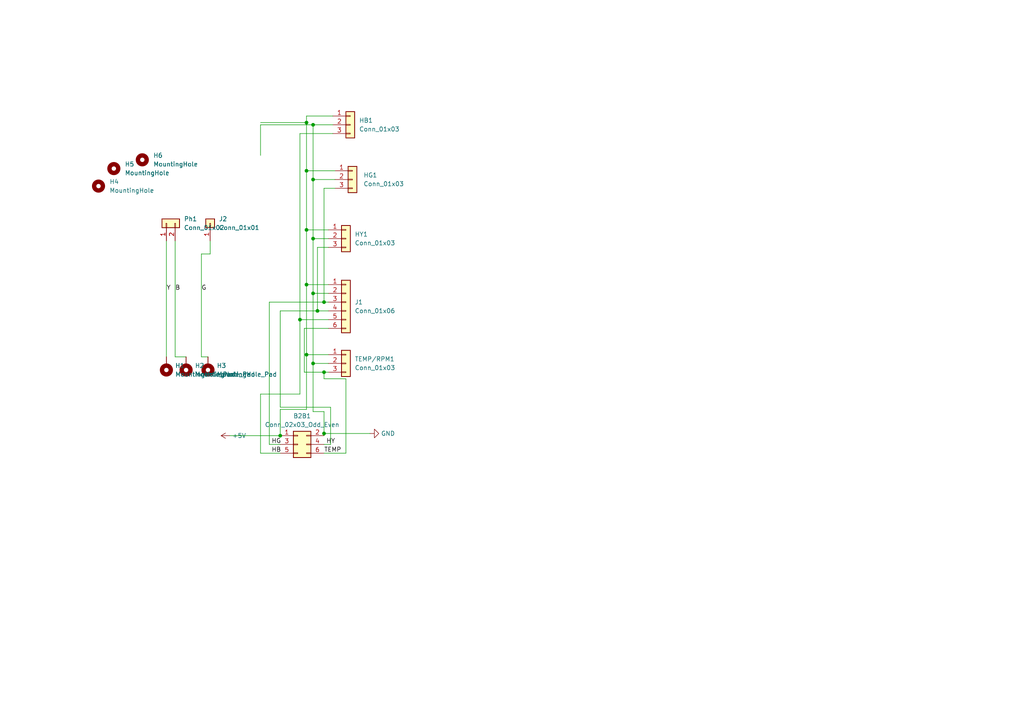
<source format=kicad_sch>
(kicad_sch (version 20230121) (generator eeschema)
  (paper "A4")
  (lib_symbols
    (symbol "Connector_Generic:Conn_01x01" (pin_names (offset 1.016) hide)
      (property "Reference" "J" (at 0 2.54 0))
      (property "Value" "Conn_01x01" (at 0 -2.54 0))
      (symbol "Conn_01x01_1_1"
        (rectangle (start -1.27 0.127) (end 0 -0.127) (stroke (width 0.1524)))
        (rectangle (start -1.27 1.27) (end 1.27 -1.27) (stroke (width 0.254)) (fill (type background)))
        (pin passive line (at -5.08 0 0) (length 3.81) (name "Pin_1") (number "1"))
      )
    )
    (symbol "Connector_Generic:Conn_01x02" (pin_names (offset 1.016) hide)
      (property "Reference" "J" (at 0 2.54 0))
      (property "Value" "Conn_01x02" (at 0 -5.08 0))
      (symbol "Conn_01x02_1_1"
        (rectangle (start -1.27 -2.413) (end 0 -2.667) (stroke (width 0.1524)))
        (rectangle (start -1.27 0.127) (end 0 -0.127) (stroke (width 0.1524)))
        (rectangle (start -1.27 1.27) (end 1.27 -3.81) (stroke (width 0.254)) (fill (type background)))
        (pin passive line (at -5.08 0 0) (length 3.81) (name "Pin_1") (number "1"))
        (pin passive line (at -5.08 -2.54 0) (length 3.81) (name "Pin_2") (number "2"))
      )
    )
    (symbol "Connector_Generic:Conn_01x03" (pin_names (offset 1.016) hide)
      (property "Reference" "J" (at 0 5.08 0))
      (property "Value" "Conn_01x03" (at 0 -5.08 0))
      (symbol "Conn_01x03_1_1"
        (rectangle (start -1.27 -2.413) (end 0 -2.667) (stroke (width 0.1524)))
        (rectangle (start -1.27 0.127) (end 0 -0.127) (stroke (width 0.1524)))
        (rectangle (start -1.27 2.667) (end 0 2.413) (stroke (width 0.1524)))
        (rectangle (start -1.27 3.81) (end 1.27 -3.81) (stroke (width 0.254)) (fill (type background)))
        (pin passive line (at -5.08 2.54 0) (length 3.81) (name "Pin_1") (number "1"))
        (pin passive line (at -5.08 0 0) (length 3.81) (name "Pin_2") (number "2"))
        (pin passive line (at -5.08 -2.54 0) (length 3.81) (name "Pin_3") (number "3"))
      )
    )
    (symbol "Connector_Generic:Conn_01x06" (pin_names (offset 1.016) hide)
      (property "Reference" "J" (at 0 7.62 0))
      (property "Value" "Conn_01x06" (at 0 -10.16 0))
      (symbol "Conn_01x06_1_1"
        (rectangle (start -1.27 -7.493) (end 0 -7.747) (stroke (width 0.1524)))
        (rectangle (start -1.27 -4.953) (end 0 -5.207) (stroke (width 0.1524)))
        (rectangle (start -1.27 -2.413) (end 0 -2.667) (stroke (width 0.1524)))
        (rectangle (start -1.27 0.127) (end 0 -0.127) (stroke (width 0.1524)))
        (rectangle (start -1.27 2.667) (end 0 2.413) (stroke (width 0.1524)))
        (rectangle (start -1.27 5.207) (end 0 4.953) (stroke (width 0.1524)))
        (rectangle (start -1.27 6.35) (end 1.27 -8.89) (stroke (width 0.254)) (fill (type background)))
        (pin passive line (at -5.08 5.08 0) (length 3.81) (name "Pin_1") (number "1"))
        (pin passive line (at -5.08 2.54 0) (length 3.81) (name "Pin_2") (number "2"))
        (pin passive line (at -5.08 0 0) (length 3.81) (name "Pin_3") (number "3"))
        (pin passive line (at -5.08 -2.54 0) (length 3.81) (name "Pin_4") (number "4"))
        (pin passive line (at -5.08 -5.08 0) (length 3.81) (name "Pin_5") (number "5"))
        (pin passive line (at -5.08 -7.62 0) (length 3.81) (name "Pin_6") (number "6"))
      )
    )
    (symbol "Connector_Generic:Conn_02x03_Odd_Even" (pin_names (offset 1.016) hide)
      (property "Reference" "J" (at 1.27 5.08 0))
      (property "Value" "Conn_02x03_Odd_Even" (at 1.27 -5.08 0))
      (symbol "Conn_02x03_Odd_Even_1_1"
        (rectangle (start -1.27 -2.413) (end 0 -2.667) (stroke (width 0.1524)))
        (rectangle (start -1.27 0.127) (end 0 -0.127) (stroke (width 0.1524)))
        (rectangle (start -1.27 2.667) (end 0 2.413) (stroke (width 0.1524)))
        (rectangle (start -1.27 3.81) (end 3.81 -3.81) (stroke (width 0.254)) (fill (type background)))
        (rectangle (start 3.81 -2.413) (end 2.54 -2.667) (stroke (width 0.1524)))
        (rectangle (start 3.81 0.127) (end 2.54 -0.127) (stroke (width 0.1524)))
        (rectangle (start 3.81 2.667) (end 2.54 2.413) (stroke (width 0.1524)))
        (pin passive line (at -5.08 2.54 0) (length 3.81) (name "Pin_1") (number "1"))
        (pin passive line (at 7.62 2.54 180) (length 3.81) (name "Pin_2") (number "2"))
        (pin passive line (at -5.08 0 0) (length 3.81) (name "Pin_3") (number "3"))
        (pin passive line (at 7.62 0 180) (length 3.81) (name "Pin_4") (number "4"))
        (pin passive line (at -5.08 -2.54 0) (length 3.81) (name "Pin_5") (number "5"))
        (pin passive line (at 7.62 -2.54 180) (length 3.81) (name "Pin_6") (number "6"))
      )
    )
    (symbol "Mechanical:MountingHole" (pin_names (offset 1.016))
      (property "Reference" "H" (at 0 5.08 0))
      (property "Value" "MountingHole" (at 0 3.175 0))
      (symbol "MountingHole_0_1"
        (circle (center 0 0) (radius 1.27) (stroke (width 1.27)))
      )
    )
    (symbol "Mechanical:MountingHole_Pad" (pin_numbers hide) (pin_names (offset 1.016) hide)
      (property "Reference" "H" (at 0 6.35 0))
      (property "Value" "MountingHole_Pad" (at 0 4.445 0))
      (symbol "MountingHole_Pad_0_1"
        (circle (center 0 1.27) (radius 1.27) (stroke (width 1.27)))
      )
      (symbol "MountingHole_Pad_1_1"
        (pin input line (at 0 -2.54 90) (length 2.54) (name "1") (number "1"))
      )
    )
    (symbol "power:+5V" (power) (pin_names (offset 0))
      (property "Value" "+5V" (at 0 3.556 0))
      (symbol "+5V_0_1"
        (polyline (pts (xy -0.762 1.27) (xy 0 2.54)))
        (polyline (pts (xy 0 0) (xy 0 2.54)))
        (polyline (pts (xy 0 2.54) (xy 0.762 1.27)))
      )
      (symbol "+5V_1_1"
        (pin power_in line (at 0 0 90) (length 0) hide (name "+5V") (number "1"))
      )
    )
    (symbol "power:GND" (power) (pin_names (offset 0))
      (property "Value" "GND" (at 0 -3.81 0))
      (symbol "GND_0_1"
        (polyline (pts (xy 0 0) (xy 0 -1.27) (xy 1.27 -1.27) (xy 0 -2.54) (xy -1.27 -1.27) (xy 0 -1.27)))
      )
      (symbol "GND_1_1"
        (pin power_in line (at 0 0 270) (length 0) hide (name "GND") (number "1"))
      )
    )
  )
  (junction (at 90.805 52.07))
  (junction (at 81.28 126.365))
  (junction (at 93.98 87.63))
  (junction (at 92.075 90.17))
  (junction (at 90.805 105.41))
  (junction (at 88.9 35.56))
  (junction (at 90.805 85.09))
  (junction (at 93.98 125.73))
  (junction (at 88.9 66.675))
  (junction (at 93.98 107.95))
  (junction (at 86.995 92.71))
  (junction (at 90.805 36.195))
  (junction (at 88.9 49.53))
  (junction (at 90.805 69.215))
  (junction (at 88.9 82.55))
  (junction (at 88.9 102.87))
  (wire (pts (xy 95.25 90.17) (xy 92.075 90.17)))
  (wire (pts (xy 48.26 69.85) (xy 48.26 103.505)))
  (wire (pts (xy 90.805 52.07) (xy 97.155 52.07)))
  (wire (pts (xy 66.675 126.365) (xy 81.28 126.365)))
  (wire (pts (xy 90.805 85.09) (xy 90.805 69.215)))
  (wire (pts (xy 86.995 114.3) (xy 75.565 114.3)))
  (wire (pts (xy 93.98 125.73) (xy 107.315 125.73)))
  (wire (pts (xy 78.105 128.905) (xy 81.28 128.905)))
  (wire (pts (xy 92.075 90.17) (xy 92.075 71.755)))
  (wire (pts (xy 93.98 107.95) (xy 95.25 107.95)))
  (wire (pts (xy 81.28 118.11) (xy 95.885 118.11)))
  (wire (pts (xy 92.075 90.17) (xy 81.28 90.17)))
  (wire (pts (xy 58.42 103.505) (xy 60.325 103.505)))
  (wire (pts (xy 88.9 66.675) (xy 95.25 66.675)))
  (wire (pts (xy 88.9 33.655) (xy 96.52 33.655)))
  (wire (pts (xy 93.98 87.63) (xy 93.98 54.61)))
  (wire (pts (xy 96.52 38.735) (xy 86.995 38.735)))
  (wire (pts (xy 58.42 103.505) (xy 58.42 73.66)))
  (wire (pts (xy 50.8 69.85) (xy 50.8 103.505)))
  (wire (pts (xy 75.565 131.445) (xy 81.28 131.445)))
  (wire (pts (xy 58.42 73.66) (xy 60.96 73.66)))
  (wire (pts (xy 60.96 69.85) (xy 60.96 73.66)))
  (wire (pts (xy 88.265 95.25) (xy 88.265 107.95)))
  (wire (pts (xy 95.25 82.55) (xy 88.9 82.55)))
  (wire (pts (xy 88.9 35.56) (xy 88.9 33.655)))
  (wire (pts (xy 90.805 105.41) (xy 90.805 119.38)))
  (wire (pts (xy 95.25 87.63) (xy 93.98 87.63)))
  (wire (pts (xy 90.805 69.215) (xy 95.25 69.215)))
  (wire (pts (xy 50.8 103.505) (xy 53.975 103.505)))
  (wire (pts (xy 93.98 109.855) (xy 93.98 107.95)))
  (wire (pts (xy 75.565 36.195) (xy 90.805 36.195)))
  (wire (pts (xy 88.9 49.53) (xy 97.155 49.53)))
  (wire (pts (xy 93.98 54.61) (xy 97.155 54.61)))
  (wire (pts (xy 88.9 82.55) (xy 88.9 66.675)))
  (wire (pts (xy 90.805 119.38) (xy 93.98 119.38)))
  (wire (pts (xy 88.9 82.55) (xy 88.9 102.87)))
  (wire (pts (xy 88.9 35.56) (xy 88.9 49.53)))
  (wire (pts (xy 88.9 118.745) (xy 81.28 118.745)))
  (wire (pts (xy 90.805 52.07) (xy 90.805 69.215)))
  (wire (pts (xy 93.98 131.445) (xy 100.33 131.445)))
  (wire (pts (xy 95.885 118.11) (xy 95.885 128.905)))
  (wire (pts (xy 78.105 87.63) (xy 78.105 128.905)))
  (wire (pts (xy 88.9 49.53) (xy 88.9 66.675)))
  (wire (pts (xy 75.565 114.3) (xy 75.565 131.445)))
  (wire (pts (xy 88.9 102.87) (xy 88.9 118.745)))
  (wire (pts (xy 86.995 92.71) (xy 95.25 92.71)))
  (wire (pts (xy 81.28 118.745) (xy 81.28 126.365)))
  (wire (pts (xy 75.565 45.085) (xy 75.565 36.195)))
  (wire (pts (xy 88.265 107.95) (xy 93.98 107.95)))
  (wire (pts (xy 90.805 105.41) (xy 90.805 85.09)))
  (wire (pts (xy 93.98 119.38) (xy 93.98 125.73)))
  (wire (pts (xy 100.33 109.855) (xy 93.98 109.855)))
  (wire (pts (xy 81.28 90.17) (xy 81.28 118.11)))
  (wire (pts (xy 93.98 87.63) (xy 78.105 87.63)))
  (wire (pts (xy 88.9 102.87) (xy 95.25 102.87)))
  (wire (pts (xy 95.885 128.905) (xy 93.98 128.905)))
  (wire (pts (xy 100.33 131.445) (xy 100.33 109.855)))
  (wire (pts (xy 92.075 71.755) (xy 95.25 71.755)))
  (wire (pts (xy 86.995 92.71) (xy 86.995 114.3)))
  (wire (pts (xy 93.98 125.73) (xy 93.98 126.365)))
  (wire (pts (xy 90.805 36.195) (xy 96.52 36.195)))
  (wire (pts (xy 75.565 35.56) (xy 88.9 35.56)))
  (wire (pts (xy 95.25 105.41) (xy 90.805 105.41)))
  (wire (pts (xy 90.805 36.195) (xy 90.805 52.07)))
  (wire (pts (xy 95.25 85.09) (xy 90.805 85.09)))
  (wire (pts (xy 95.25 95.25) (xy 88.265 95.25)))
  (wire (pts (xy 86.995 38.735) (xy 86.995 92.71)))
  (label "G" (at 58.42 84.455 0))
  (label "HB" (at 78.74 131.445 0))
  (label "HG" (at 78.74 128.905 0))
  (label "Y" (at 48.26 84.455 0))
  (label "HY" (at 94.615 128.905 0))
  (label "TEMP" (at 93.98 131.445 0))
  (label "B" (at 50.8 84.455 0))
  (symbol (lib_id "Connector_Generic:Conn_01x03") (at 100.33 69.215 0) (unit 1)
    (property "Reference" "HY1" (at 102.87 67.945 0) (effects (justify left)))
    (property "Value" "Conn_01x03" (at 102.87 70.485 0) (effects (justify left)))
    (property "Footprint" "Connector_Molex:Molex_KK-254_AE-6410-03A_1x03_P2.54mm_Vertical" (effects hide))
  )
  (symbol (lib_id "Mechanical:MountingHole") (at 28.575 53.975 0) (unit 1)
    (property "Reference" "H4" (at 31.75 52.705 0) (effects (justify left)))
    (property "Value" "MountingHole" (at 31.75 55.245 0) (effects (justify left)))
    (property "Footprint" "MountingHole:MountingHole_3.2mm_M3_DIN965_Pad_TopBottom" (effects hide))
  )
  (symbol (lib_id "Connector_Generic:Conn_01x03") (at 101.6 36.195 0) (unit 1)
    (property "Reference" "HB1" (at 104.14 34.925 0) (effects (justify left)))
    (property "Value" "Conn_01x03" (at 104.14 37.465 0) (effects (justify left)))
    (property "Footprint" "Connector_Molex:Molex_KK-254_AE-6410-03A_1x03_P2.54mm_Vertical" (effects hide))
  )
  (symbol (lib_id "Mechanical:MountingHole_Pad") (at 53.975 106.045 180) (unit 1)
    (property "Reference" "H2" (at 56.515 106.045 0) (effects (justify right)))
    (property "Value" "MountingHole_Pad" (at 56.515 108.585 0) (effects (justify right)))
    (property "Footprint" "Library:MountingHole_3.6mm_M3_DIN965_Pad" (effects hide))
  )
  (symbol (lib_id "power:GND") (at 107.315 125.73 90) (unit 1)
    (property "Reference" "#PWR02" (effects hide))
    (property "Value" "GND" (at 110.49 125.73 90) (effects (justify right)))
  )
  (symbol (lib_id "Mechanical:MountingHole_Pad") (at 48.26 106.045 180) (unit 1)
    (property "Reference" "H1" (at 50.8 106.045 0) (effects (justify right)))
    (property "Value" "MountingHole_Pad" (at 50.8 108.585 0) (effects (justify right)))
    (property "Footprint" "Library:MountingHole_3.6mm_M3_DIN965_Pad" (effects hide))
  )
  (symbol (lib_id "Connector_Generic:Conn_02x03_Odd_Even") (at 86.36 128.905 0) (unit 1)
    (property "Reference" "B2B1" (at 87.63 120.65 0))
    (property "Value" "Conn_02x03_Odd_Even" (at 87.63 123.19 0))
    (property "Footprint" "Connector_PinHeader_2.54mm:PinHeader_2x03_P2.54mm_Vertical" (effects hide))
  )
  (symbol (lib_id "Mechanical:MountingHole") (at 41.275 46.355 0) (unit 1)
    (property "Reference" "H6" (at 44.45 45.085 0) (effects (justify left)))
    (property "Value" "MountingHole" (at 44.45 47.625 0) (effects (justify left)))
    (property "Footprint" "MountingHole:MountingHole_3.2mm_M3_DIN965_Pad_TopBottom" (effects hide))
  )
  (symbol (lib_id "Connector_Generic:Conn_01x03") (at 100.33 105.41 0) (unit 1)
    (property "Reference" "TEMP/RPM1" (at 102.87 104.14 0) (effects (justify left)))
    (property "Value" "Conn_01x03" (at 102.87 106.68 0) (effects (justify left)))
    (property "Footprint" "Connector_Molex:Molex_KK-254_AE-6410-03A_1x03_P2.54mm_Vertical" (effects hide))
  )
  (symbol (lib_id "power:+5V") (at 66.675 126.365 90) (unit 1)
    (property "Reference" "#PWR01" (effects hide))
    (property "Value" "+5V" (at 67.31 126.365 90) (effects (justify right)))
  )
  (symbol (lib_id "Mechanical:MountingHole") (at 33.02 48.895 0) (unit 1)
    (property "Reference" "H5" (at 36.195 47.625 0) (effects (justify left)))
    (property "Value" "MountingHole" (at 36.195 50.165 0) (effects (justify left)))
    (property "Footprint" "MountingHole:MountingHole_3.2mm_M3_DIN965_Pad_TopBottom" (effects hide))
  )
  (symbol (lib_id "Connector_Generic:Conn_01x06") (at 100.33 87.63 0) (unit 1)
    (property "Reference" "J1" (at 102.87 87.63 0) (effects (justify left)))
    (property "Value" "Conn_01x06" (at 102.87 90.17 0) (effects (justify left)))
    (property "Footprint" "Connector_Molex:Molex_KK-254_AE-6410-06A_1x06_P2.54mm_Vertical" (effects hide))
  )
  (symbol (lib_id "Connector_Generic:Conn_01x02") (at 48.26 64.77 90) (unit 1)
    (property "Reference" "Ph1" (at 53.34 63.5 90) (effects (justify right)))
    (property "Value" "Conn_01x02" (at 53.34 66.04 90) (effects (justify right)))
    (property "Footprint" "TerminalBlock_WAGO:TerminalBlock_WAGO_236-402_1x02_P5.00mm_45Degree" (effects hide))
  )
  (symbol (lib_id "Connector_Generic:Conn_01x01") (at 60.96 64.77 90) (unit 1)
    (property "Reference" "J2" (at 63.5 63.5 90) (effects (justify right)))
    (property "Value" "Conn_01x01" (at 63.5 66.04 90) (effects (justify right)))
    (property "Footprint" "TerminalBlock_WAGO:TerminalBlock_WAGO_236-401_1x01_P5.00mm_45Degree" (effects hide))
  )
  (symbol (lib_id "Mechanical:MountingHole_Pad") (at 60.325 106.045 180) (unit 1)
    (property "Reference" "H3" (at 62.865 106.045 0) (effects (justify right)))
    (property "Value" "MountingHole_Pad" (at 62.865 108.585 0) (effects (justify right)))
    (property "Footprint" "Library:MountingHole_3.6mm_M3_DIN965_Pad" (effects hide))
  )
  (symbol (lib_id "Connector_Generic:Conn_01x03") (at 102.235 52.07 0) (unit 1)
    (property "Reference" "HG1" (at 105.41 50.8 0) (effects (justify left)))
    (property "Value" "Conn_01x03" (at 105.41 53.34 0) (effects (justify left)))
    (property "Footprint" "Connector_Molex:Molex_KK-254_AE-6410-03A_1x03_P2.54mm_Vertical" (effects hide))
  )
)
</source>
